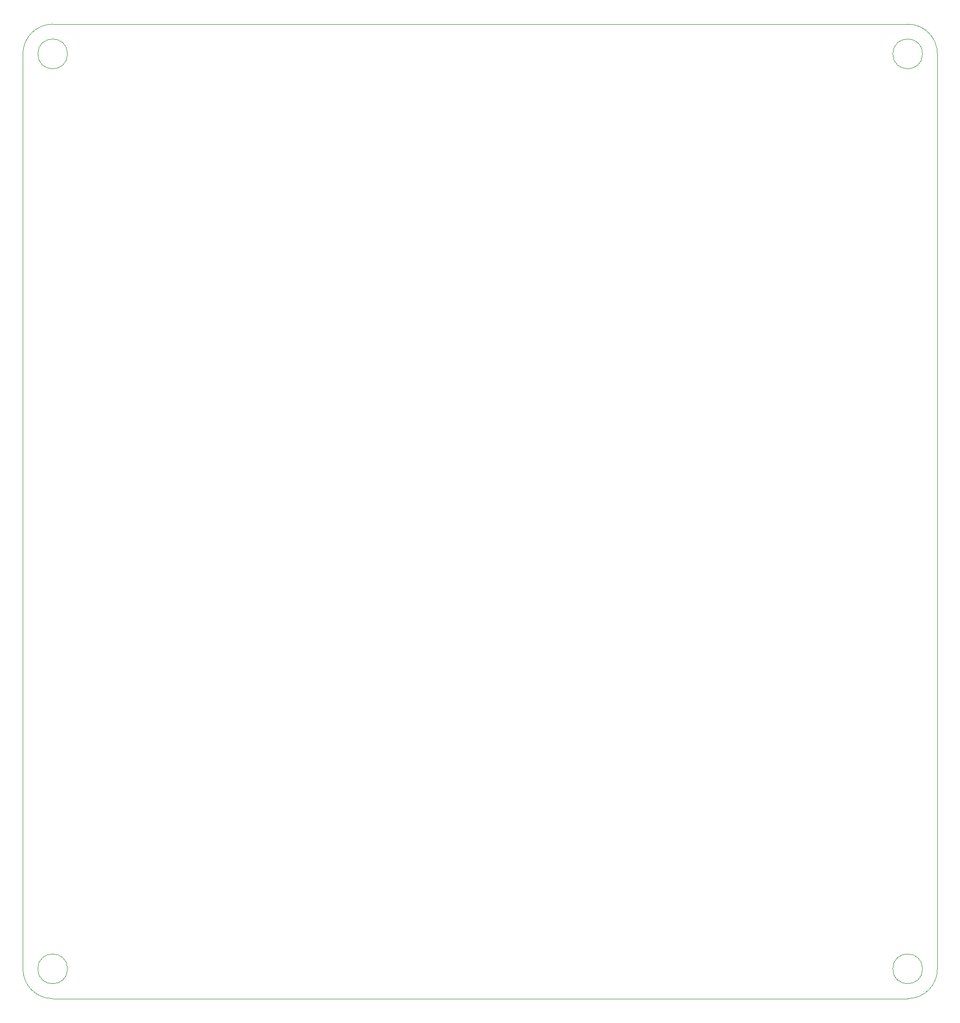
<source format=gm1>
G04*
G04 #@! TF.GenerationSoftware,Altium Limited,Altium Designer,24.0.1 (36)*
G04*
G04 Layer_Color=16711935*
%FSLAX44Y44*%
%MOMM*%
G71*
G04*
G04 #@! TF.SameCoordinates,133CE3EA-F9F0-4B72-99F4-21709E576B51*
G04*
G04*
G04 #@! TF.FilePolarity,Positive*
G04*
G01*
G75*
%ADD40C,0.0127*%
D40*
X181336Y1587261D02*
G03*
X181336Y1587261I-25000J0D01*
G01*
X1617821Y50064D02*
G03*
X1617821Y50064I-25000J0D01*
G01*
X1617821Y1587261D02*
G03*
X1617821Y1587261I-25000J0D01*
G01*
X181336Y50064D02*
G03*
X181336Y50064I-25000J0D01*
G01*
X1592821Y64D02*
G03*
X1642821Y50064I0J50000D01*
G01*
X106336Y50064D02*
G03*
X156336Y63I50000J0D01*
G01*
X156336Y1637261D02*
G03*
X106336Y1587261I0J-50000D01*
G01*
X1642821Y1587261D02*
G03*
X1592821Y1637261I-50000J0D01*
G01*
X1642821Y1587261D02*
X1642821Y50064D01*
X156336Y63D02*
X1592821Y64D01*
X106336Y1587261D02*
X106336Y50064D01*
X156336Y1637261D02*
X1592821Y1637261D01*
M02*

</source>
